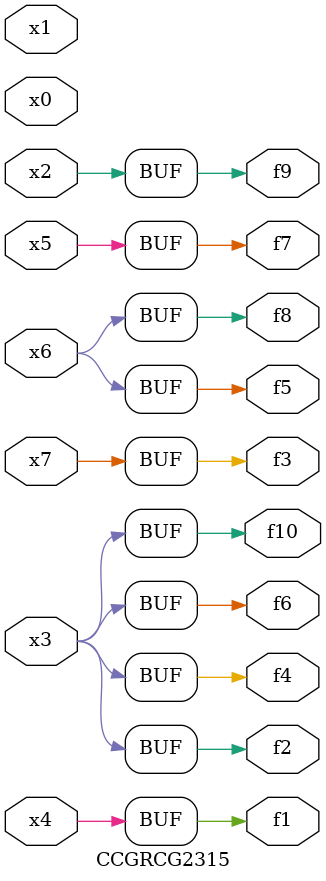
<source format=v>
module CCGRCG2315(
	input x0, x1, x2, x3, x4, x5, x6, x7,
	output f1, f2, f3, f4, f5, f6, f7, f8, f9, f10
);
	assign f1 = x4;
	assign f2 = x3;
	assign f3 = x7;
	assign f4 = x3;
	assign f5 = x6;
	assign f6 = x3;
	assign f7 = x5;
	assign f8 = x6;
	assign f9 = x2;
	assign f10 = x3;
endmodule

</source>
